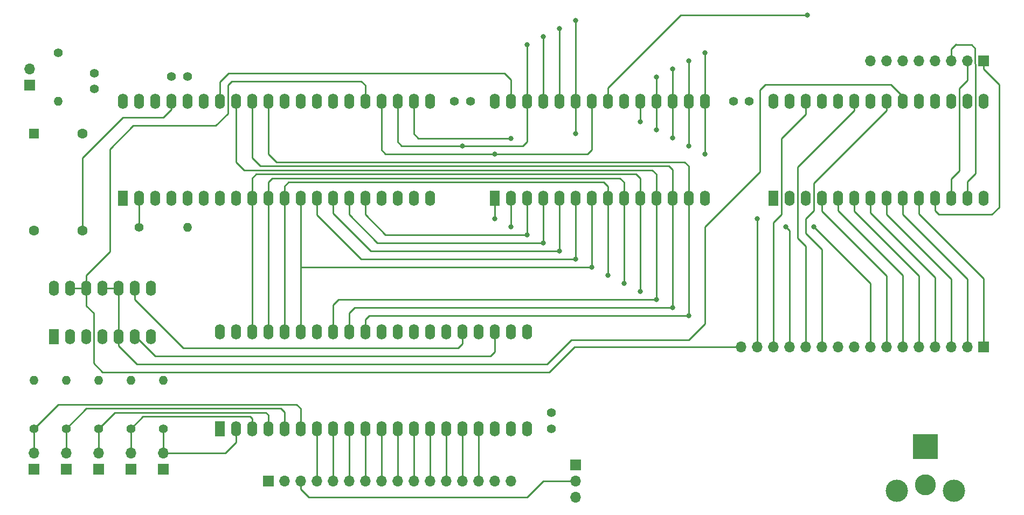
<source format=gbr>
%TF.GenerationSoftware,KiCad,Pcbnew,(5.1.8-0-10_14)*%
%TF.CreationDate,2020-12-19T18:42:48-08:00*%
%TF.ProjectId,Ben6502,42656e36-3530-4322-9e6b-696361645f70,rev?*%
%TF.SameCoordinates,Original*%
%TF.FileFunction,Copper,L1,Top*%
%TF.FilePolarity,Positive*%
%FSLAX46Y46*%
G04 Gerber Fmt 4.6, Leading zero omitted, Abs format (unit mm)*
G04 Created by KiCad (PCBNEW (5.1.8-0-10_14)) date 2020-12-19 18:42:48*
%MOMM*%
%LPD*%
G01*
G04 APERTURE LIST*
%TA.AperFunction,ComponentPad*%
%ADD10C,3.500000*%
%TD*%
%TA.AperFunction,ComponentPad*%
%ADD11C,3.300000*%
%TD*%
%TA.AperFunction,ComponentPad*%
%ADD12R,4.000000X4.000000*%
%TD*%
%TA.AperFunction,ComponentPad*%
%ADD13O,1.700000X1.700000*%
%TD*%
%TA.AperFunction,ComponentPad*%
%ADD14R,1.700000X1.700000*%
%TD*%
%TA.AperFunction,ComponentPad*%
%ADD15O,1.600000X2.400000*%
%TD*%
%TA.AperFunction,ComponentPad*%
%ADD16R,1.600000X2.400000*%
%TD*%
%TA.AperFunction,ComponentPad*%
%ADD17C,1.600000*%
%TD*%
%TA.AperFunction,ComponentPad*%
%ADD18R,1.600000X1.600000*%
%TD*%
%TA.AperFunction,ComponentPad*%
%ADD19O,1.400000X1.400000*%
%TD*%
%TA.AperFunction,ComponentPad*%
%ADD20C,1.400000*%
%TD*%
%TA.AperFunction,ViaPad*%
%ADD21C,0.800000*%
%TD*%
%TA.AperFunction,Conductor*%
%ADD22C,0.250000*%
%TD*%
G04 APERTURE END LIST*
D10*
%TO.P,J3,MP*%
%TO.N,N/C*%
X234751000Y-129174000D03*
X225751000Y-129174000D03*
D11*
%TO.P,J3,2*%
%TO.N,VCC*%
X230251000Y-128174000D03*
D12*
%TO.P,J3,1*%
%TO.N,GND*%
X230251000Y-122174000D03*
%TD*%
D13*
%TO.P,J2,16*%
%TO.N,/A15*%
X201295000Y-106553000D03*
%TO.P,J2,15*%
%TO.N,/A14*%
X203835000Y-106553000D03*
%TO.P,J2,14*%
%TO.N,/A13*%
X206375000Y-106553000D03*
%TO.P,J2,13*%
%TO.N,/A12*%
X208915000Y-106553000D03*
%TO.P,J2,12*%
%TO.N,/A11*%
X211455000Y-106553000D03*
%TO.P,J2,11*%
%TO.N,/A10*%
X213995000Y-106553000D03*
%TO.P,J2,10*%
%TO.N,/A9*%
X216535000Y-106553000D03*
%TO.P,J2,9*%
%TO.N,/A8*%
X219075000Y-106553000D03*
%TO.P,J2,8*%
%TO.N,/A7*%
X221615000Y-106553000D03*
%TO.P,J2,7*%
%TO.N,/A6*%
X224155000Y-106553000D03*
%TO.P,J2,6*%
%TO.N,/A5*%
X226695000Y-106553000D03*
%TO.P,J2,5*%
%TO.N,/A4*%
X229235000Y-106553000D03*
%TO.P,J2,4*%
%TO.N,/A3*%
X231775000Y-106553000D03*
%TO.P,J2,3*%
%TO.N,/A2*%
X234315000Y-106553000D03*
%TO.P,J2,2*%
%TO.N,/A1*%
X236855000Y-106553000D03*
D14*
%TO.P,J2,1*%
%TO.N,/A0*%
X239395000Y-106553000D03*
%TD*%
D13*
%TO.P,J1,8*%
%TO.N,/D7*%
X221615000Y-61595000D03*
%TO.P,J1,7*%
%TO.N,/D6*%
X224155000Y-61595000D03*
%TO.P,J1,6*%
%TO.N,/D5*%
X226695000Y-61595000D03*
%TO.P,J1,5*%
%TO.N,/D4*%
X229235000Y-61595000D03*
%TO.P,J1,4*%
%TO.N,/D3*%
X231775000Y-61595000D03*
%TO.P,J1,3*%
%TO.N,/D2*%
X234315000Y-61595000D03*
%TO.P,J1,2*%
%TO.N,/D1*%
X236855000Y-61595000D03*
D14*
%TO.P,J1,1*%
%TO.N,/D0*%
X239395000Y-61595000D03*
%TD*%
D15*
%TO.P,U5,28*%
%TO.N,VCC*%
X206375000Y-67945000D03*
%TO.P,U5,14*%
%TO.N,GND*%
X239395000Y-83185000D03*
%TO.P,U5,27*%
%TO.N,VCC*%
X208915000Y-67945000D03*
%TO.P,U5,13*%
%TO.N,/D2*%
X236855000Y-83185000D03*
%TO.P,U5,26*%
%TO.N,/A13*%
X211455000Y-67945000D03*
%TO.P,U5,12*%
%TO.N,/D1*%
X234315000Y-83185000D03*
%TO.P,U5,25*%
%TO.N,/A8*%
X213995000Y-67945000D03*
%TO.P,U5,11*%
%TO.N,/D0*%
X231775000Y-83185000D03*
%TO.P,U5,24*%
%TO.N,/A9*%
X216535000Y-67945000D03*
%TO.P,U5,10*%
%TO.N,/A0*%
X229235000Y-83185000D03*
%TO.P,U5,23*%
%TO.N,/A11*%
X219075000Y-67945000D03*
%TO.P,U5,9*%
%TO.N,/A1*%
X226695000Y-83185000D03*
%TO.P,U5,22*%
%TO.N,GND*%
X221615000Y-67945000D03*
%TO.P,U5,8*%
%TO.N,/A2*%
X224155000Y-83185000D03*
%TO.P,U5,21*%
%TO.N,/A10*%
X224155000Y-67945000D03*
%TO.P,U5,7*%
%TO.N,/A3*%
X221615000Y-83185000D03*
%TO.P,U5,20*%
%TO.N,Net-(U5-Pad20)*%
X226695000Y-67945000D03*
%TO.P,U5,6*%
%TO.N,/A4*%
X219075000Y-83185000D03*
%TO.P,U5,19*%
%TO.N,/D7*%
X229235000Y-67945000D03*
%TO.P,U5,5*%
%TO.N,/A5*%
X216535000Y-83185000D03*
%TO.P,U5,18*%
%TO.N,/D6*%
X231775000Y-67945000D03*
%TO.P,U5,4*%
%TO.N,/A6*%
X213995000Y-83185000D03*
%TO.P,U5,17*%
%TO.N,/D5*%
X234315000Y-67945000D03*
%TO.P,U5,3*%
%TO.N,/A7*%
X211455000Y-83185000D03*
%TO.P,U5,16*%
%TO.N,/D4*%
X236855000Y-67945000D03*
%TO.P,U5,2*%
%TO.N,/A12*%
X208915000Y-83185000D03*
%TO.P,U5,15*%
%TO.N,/D3*%
X239395000Y-67945000D03*
D16*
%TO.P,U5,1*%
%TO.N,/A14*%
X206375000Y-83185000D03*
%TD*%
D15*
%TO.P,U2,28*%
%TO.N,VCC*%
X162560000Y-67945000D03*
%TO.P,U2,14*%
%TO.N,GND*%
X195580000Y-83185000D03*
%TO.P,U2,27*%
%TO.N,Net-(U2-Pad27)*%
X165100000Y-67945000D03*
%TO.P,U2,13*%
%TO.N,/D2*%
X193040000Y-83185000D03*
%TO.P,U2,26*%
%TO.N,/A13*%
X167640000Y-67945000D03*
%TO.P,U2,12*%
%TO.N,/D1*%
X190500000Y-83185000D03*
%TO.P,U2,25*%
%TO.N,/A8*%
X170180000Y-67945000D03*
%TO.P,U2,11*%
%TO.N,/D0*%
X187960000Y-83185000D03*
%TO.P,U2,24*%
%TO.N,/A9*%
X172720000Y-67945000D03*
%TO.P,U2,10*%
%TO.N,/A0*%
X185420000Y-83185000D03*
%TO.P,U2,23*%
%TO.N,/A11*%
X175260000Y-67945000D03*
%TO.P,U2,9*%
%TO.N,/A1*%
X182880000Y-83185000D03*
%TO.P,U2,22*%
%TO.N,/A14*%
X177800000Y-67945000D03*
%TO.P,U2,8*%
%TO.N,/A2*%
X180340000Y-83185000D03*
%TO.P,U2,21*%
%TO.N,/A10*%
X180340000Y-67945000D03*
%TO.P,U2,7*%
%TO.N,/A3*%
X177800000Y-83185000D03*
%TO.P,U2,20*%
%TO.N,Net-(U2-Pad20)*%
X182880000Y-67945000D03*
%TO.P,U2,6*%
%TO.N,/A4*%
X175260000Y-83185000D03*
%TO.P,U2,19*%
%TO.N,/D7*%
X185420000Y-67945000D03*
%TO.P,U2,5*%
%TO.N,/A5*%
X172720000Y-83185000D03*
%TO.P,U2,18*%
%TO.N,/D6*%
X187960000Y-67945000D03*
%TO.P,U2,4*%
%TO.N,/A6*%
X170180000Y-83185000D03*
%TO.P,U2,17*%
%TO.N,/D5*%
X190500000Y-67945000D03*
%TO.P,U2,3*%
%TO.N,/A7*%
X167640000Y-83185000D03*
%TO.P,U2,16*%
%TO.N,/D4*%
X193040000Y-67945000D03*
%TO.P,U2,2*%
%TO.N,/A12*%
X165100000Y-83185000D03*
%TO.P,U2,15*%
%TO.N,/D3*%
X195580000Y-67945000D03*
D16*
%TO.P,U2,1*%
%TO.N,/A14*%
X162560000Y-83185000D03*
%TD*%
D17*
%TO.P,X1,7*%
%TO.N,GND*%
X90170000Y-88265000D03*
%TO.P,X1,8*%
%TO.N,CLK*%
X97790000Y-88265000D03*
%TO.P,X1,14*%
%TO.N,VCC*%
X97790000Y-73025000D03*
D18*
%TO.P,X1,1*%
%TO.N,N/C*%
X90170000Y-73025000D03*
%TD*%
D15*
%TO.P,U6,14*%
%TO.N,VCC*%
X93345000Y-97282000D03*
%TO.P,U6,7*%
%TO.N,GND*%
X108585000Y-104902000D03*
%TO.P,U6,13*%
%TO.N,/A15*%
X95885000Y-97282000D03*
%TO.P,U6,6*%
%TO.N,Net-(U4-Pad23)*%
X106045000Y-104902000D03*
%TO.P,U6,12*%
%TO.N,/A15*%
X98425000Y-97282000D03*
%TO.P,U6,5*%
%TO.N,Net-(U5-Pad20)*%
X103505000Y-104902000D03*
%TO.P,U6,11*%
X100965000Y-97282000D03*
%TO.P,U6,4*%
%TO.N,/A14*%
X100965000Y-104902000D03*
%TO.P,U6,10*%
%TO.N,Net-(U5-Pad20)*%
X103505000Y-97282000D03*
%TO.P,U6,3*%
%TO.N,N/C*%
X98425000Y-104902000D03*
%TO.P,U6,9*%
%TO.N,CLK*%
X106045000Y-97282000D03*
%TO.P,U6,2*%
%TO.N,N/C*%
X95885000Y-104902000D03*
%TO.P,U6,8*%
%TO.N,Net-(U2-Pad20)*%
X108585000Y-97282000D03*
D16*
%TO.P,U6,1*%
%TO.N,N/C*%
X93345000Y-104902000D03*
%TD*%
D15*
%TO.P,U4,40*%
%TO.N,N/C*%
X119380000Y-104140000D03*
%TO.P,U4,20*%
%TO.N,VCC*%
X167640000Y-119380000D03*
%TO.P,U4,39*%
%TO.N,N/C*%
X121920000Y-104140000D03*
%TO.P,U4,19*%
X165100000Y-119380000D03*
%TO.P,U4,38*%
%TO.N,/A0*%
X124460000Y-104140000D03*
%TO.P,U4,18*%
%TO.N,N/C*%
X162560000Y-119380000D03*
%TO.P,U4,37*%
%TO.N,/A1*%
X127000000Y-104140000D03*
%TO.P,U4,17*%
%TO.N,Net-(U1-Pad14)*%
X160020000Y-119380000D03*
%TO.P,U4,36*%
%TO.N,/A2*%
X129540000Y-104140000D03*
%TO.P,U4,16*%
%TO.N,Net-(U1-Pad13)*%
X157480000Y-119380000D03*
%TO.P,U4,35*%
%TO.N,/A3*%
X132080000Y-104140000D03*
%TO.P,U4,15*%
%TO.N,Net-(U1-Pad12)*%
X154940000Y-119380000D03*
%TO.P,U4,34*%
%TO.N,Net-(C1-Pad1)*%
X134620000Y-104140000D03*
%TO.P,U4,14*%
%TO.N,Net-(U1-Pad11)*%
X152400000Y-119380000D03*
%TO.P,U4,33*%
%TO.N,/D0*%
X137160000Y-104140000D03*
%TO.P,U4,13*%
%TO.N,Net-(U1-Pad10)*%
X149860000Y-119380000D03*
%TO.P,U4,32*%
%TO.N,/D1*%
X139700000Y-104140000D03*
%TO.P,U4,12*%
%TO.N,Net-(U1-Pad9)*%
X147320000Y-119380000D03*
%TO.P,U4,31*%
%TO.N,/D2*%
X142240000Y-104140000D03*
%TO.P,U4,11*%
%TO.N,Net-(U1-Pad8)*%
X144780000Y-119380000D03*
%TO.P,U4,30*%
%TO.N,/D3*%
X144780000Y-104140000D03*
%TO.P,U4,10*%
%TO.N,Net-(U1-Pad7)*%
X142240000Y-119380000D03*
%TO.P,U4,29*%
%TO.N,/D4*%
X147320000Y-104140000D03*
%TO.P,U4,9*%
%TO.N,Net-(U1-Pad6)*%
X139700000Y-119380000D03*
%TO.P,U4,28*%
%TO.N,/D5*%
X149860000Y-104140000D03*
%TO.P,U4,8*%
%TO.N,Net-(U1-Pad5)*%
X137160000Y-119380000D03*
%TO.P,U4,27*%
%TO.N,/D6*%
X152400000Y-104140000D03*
%TO.P,U4,7*%
%TO.N,Net-(U1-Pad4)*%
X134620000Y-119380000D03*
%TO.P,U4,26*%
%TO.N,/D7*%
X154940000Y-104140000D03*
%TO.P,U4,6*%
%TO.N,Net-(R7-Pad1)*%
X132080000Y-119380000D03*
%TO.P,U4,25*%
%TO.N,CLK*%
X157480000Y-104140000D03*
%TO.P,U4,5*%
%TO.N,Net-(R6-Pad1)*%
X129540000Y-119380000D03*
%TO.P,U4,24*%
%TO.N,/A13*%
X160020000Y-104140000D03*
%TO.P,U4,4*%
%TO.N,Net-(R5-Pad1)*%
X127000000Y-119380000D03*
%TO.P,U4,23*%
%TO.N,Net-(U4-Pad23)*%
X162560000Y-104140000D03*
%TO.P,U4,3*%
%TO.N,Net-(R4-Pad1)*%
X124460000Y-119380000D03*
%TO.P,U4,22*%
%TO.N,Net-(U2-Pad27)*%
X165100000Y-104140000D03*
%TO.P,U4,2*%
%TO.N,Net-(R3-Pad1)*%
X121920000Y-119380000D03*
%TO.P,U4,21*%
%TO.N,IRQ*%
X167640000Y-104140000D03*
D16*
%TO.P,U4,1*%
%TO.N,GND*%
X119380000Y-119380000D03*
%TD*%
D15*
%TO.P,U3,40*%
%TO.N,Net-(C1-Pad1)*%
X104140000Y-67945000D03*
%TO.P,U3,20*%
%TO.N,/A11*%
X152400000Y-83185000D03*
%TO.P,U3,39*%
%TO.N,N/C*%
X106680000Y-67945000D03*
%TO.P,U3,19*%
%TO.N,/A10*%
X149860000Y-83185000D03*
%TO.P,U3,38*%
%TO.N,N/C*%
X109220000Y-67945000D03*
%TO.P,U3,18*%
%TO.N,/A9*%
X147320000Y-83185000D03*
%TO.P,U3,37*%
%TO.N,CLK*%
X111760000Y-67945000D03*
%TO.P,U3,17*%
%TO.N,/A8*%
X144780000Y-83185000D03*
%TO.P,U3,36*%
%TO.N,VCC*%
X114300000Y-67945000D03*
%TO.P,U3,16*%
%TO.N,/A7*%
X142240000Y-83185000D03*
%TO.P,U3,35*%
%TO.N,N/C*%
X116840000Y-67945000D03*
%TO.P,U3,15*%
%TO.N,/A6*%
X139700000Y-83185000D03*
%TO.P,U3,34*%
%TO.N,Net-(U2-Pad27)*%
X119380000Y-67945000D03*
%TO.P,U3,14*%
%TO.N,/A5*%
X137160000Y-83185000D03*
%TO.P,U3,33*%
%TO.N,/D0*%
X121920000Y-67945000D03*
%TO.P,U3,13*%
%TO.N,/A4*%
X134620000Y-83185000D03*
%TO.P,U3,32*%
%TO.N,/D1*%
X124460000Y-67945000D03*
%TO.P,U3,12*%
%TO.N,/A3*%
X132080000Y-83185000D03*
%TO.P,U3,31*%
%TO.N,/D2*%
X127000000Y-67945000D03*
%TO.P,U3,11*%
%TO.N,/A2*%
X129540000Y-83185000D03*
%TO.P,U3,30*%
%TO.N,/D3*%
X129540000Y-67945000D03*
%TO.P,U3,10*%
%TO.N,/A1*%
X127000000Y-83185000D03*
%TO.P,U3,29*%
%TO.N,/D4*%
X132080000Y-67945000D03*
%TO.P,U3,9*%
%TO.N,/A0*%
X124460000Y-83185000D03*
%TO.P,U3,28*%
%TO.N,/D5*%
X134620000Y-67945000D03*
%TO.P,U3,8*%
%TO.N,VCC*%
X121920000Y-83185000D03*
%TO.P,U3,27*%
%TO.N,/D6*%
X137160000Y-67945000D03*
%TO.P,U3,7*%
%TO.N,N/C*%
X119380000Y-83185000D03*
%TO.P,U3,26*%
%TO.N,/D7*%
X139700000Y-67945000D03*
%TO.P,U3,6*%
%TO.N,VCC*%
X116840000Y-83185000D03*
%TO.P,U3,25*%
%TO.N,/A15*%
X142240000Y-67945000D03*
%TO.P,U3,5*%
%TO.N,N/C*%
X114300000Y-83185000D03*
%TO.P,U3,24*%
%TO.N,/A14*%
X144780000Y-67945000D03*
%TO.P,U3,4*%
%TO.N,IRQ*%
X111760000Y-83185000D03*
%TO.P,U3,23*%
%TO.N,/A13*%
X147320000Y-67945000D03*
%TO.P,U3,3*%
%TO.N,N/C*%
X109220000Y-83185000D03*
%TO.P,U3,22*%
%TO.N,/A12*%
X149860000Y-67945000D03*
%TO.P,U3,2*%
%TO.N,Net-(R2-Pad1)*%
X106680000Y-83185000D03*
%TO.P,U3,21*%
%TO.N,GND*%
X152400000Y-67945000D03*
D16*
%TO.P,U3,1*%
%TO.N,N/C*%
X104140000Y-83185000D03*
%TD*%
D13*
%TO.P,U1,16*%
%TO.N,GND*%
X165100000Y-127635000D03*
%TO.P,U1,15*%
%TO.N,VCC*%
X162560000Y-127635000D03*
%TO.P,U1,14*%
%TO.N,Net-(U1-Pad14)*%
X160020000Y-127635000D03*
%TO.P,U1,13*%
%TO.N,Net-(U1-Pad13)*%
X157480000Y-127635000D03*
%TO.P,U1,12*%
%TO.N,Net-(U1-Pad12)*%
X154940000Y-127635000D03*
%TO.P,U1,11*%
%TO.N,Net-(U1-Pad11)*%
X152400000Y-127635000D03*
%TO.P,U1,10*%
%TO.N,Net-(U1-Pad10)*%
X149860000Y-127635000D03*
%TO.P,U1,9*%
%TO.N,Net-(U1-Pad9)*%
X147320000Y-127635000D03*
%TO.P,U1,8*%
%TO.N,Net-(U1-Pad8)*%
X144780000Y-127635000D03*
%TO.P,U1,7*%
%TO.N,Net-(U1-Pad7)*%
X142240000Y-127635000D03*
%TO.P,U1,6*%
%TO.N,Net-(U1-Pad6)*%
X139700000Y-127635000D03*
%TO.P,U1,5*%
%TO.N,Net-(U1-Pad5)*%
X137160000Y-127635000D03*
%TO.P,U1,4*%
%TO.N,Net-(U1-Pad4)*%
X134620000Y-127635000D03*
%TO.P,U1,3*%
%TO.N,Net-(RV1-Pad2)*%
X132080000Y-127635000D03*
%TO.P,U1,2*%
%TO.N,VCC*%
X129540000Y-127635000D03*
D14*
%TO.P,U1,1*%
%TO.N,GND*%
X127000000Y-127635000D03*
%TD*%
D13*
%TO.P,SW5,2*%
%TO.N,Net-(R7-Pad1)*%
X90170000Y-123190000D03*
D14*
%TO.P,SW5,1*%
%TO.N,GND*%
X90170000Y-125730000D03*
%TD*%
D13*
%TO.P,SW4,2*%
%TO.N,Net-(R6-Pad1)*%
X95250000Y-123190000D03*
D14*
%TO.P,SW4,1*%
%TO.N,GND*%
X95250000Y-125730000D03*
%TD*%
D13*
%TO.P,SW3,2*%
%TO.N,Net-(R5-Pad1)*%
X100330000Y-123190000D03*
D14*
%TO.P,SW3,1*%
%TO.N,GND*%
X100330000Y-125730000D03*
%TD*%
D13*
%TO.P,SW2,2*%
%TO.N,Net-(R4-Pad1)*%
X105410000Y-123190000D03*
D14*
%TO.P,SW2,1*%
%TO.N,GND*%
X105410000Y-125730000D03*
%TD*%
D13*
%TO.P,SW1,2*%
%TO.N,Net-(R3-Pad1)*%
X110490000Y-123190000D03*
D14*
%TO.P,SW1,1*%
%TO.N,GND*%
X110490000Y-125730000D03*
%TD*%
D13*
%TO.P,RV1,3*%
%TO.N,N/C*%
X175260000Y-130175000D03*
%TO.P,RV1,2*%
%TO.N,Net-(RV1-Pad2)*%
X175260000Y-127635000D03*
D14*
%TO.P,RV1,1*%
%TO.N,GND*%
X175260000Y-125095000D03*
%TD*%
D13*
%TO.P,RESET1,2*%
%TO.N,Net-(C1-Pad1)*%
X89535000Y-62865000D03*
D14*
%TO.P,RESET1,1*%
%TO.N,GND*%
X89535000Y-65405000D03*
%TD*%
D19*
%TO.P,R7,2*%
%TO.N,VCC*%
X90170000Y-111760000D03*
D20*
%TO.P,R7,1*%
%TO.N,Net-(R7-Pad1)*%
X90170000Y-119380000D03*
%TD*%
D19*
%TO.P,R6,2*%
%TO.N,VCC*%
X95250000Y-111760000D03*
D20*
%TO.P,R6,1*%
%TO.N,Net-(R6-Pad1)*%
X95250000Y-119380000D03*
%TD*%
D19*
%TO.P,R5,2*%
%TO.N,VCC*%
X100330000Y-111760000D03*
D20*
%TO.P,R5,1*%
%TO.N,Net-(R5-Pad1)*%
X100330000Y-119380000D03*
%TD*%
D19*
%TO.P,R4,2*%
%TO.N,VCC*%
X105410000Y-111760000D03*
D20*
%TO.P,R4,1*%
%TO.N,Net-(R4-Pad1)*%
X105410000Y-119380000D03*
%TD*%
D19*
%TO.P,R3,2*%
%TO.N,VCC*%
X110490000Y-111760000D03*
D20*
%TO.P,R3,1*%
%TO.N,Net-(R3-Pad1)*%
X110490000Y-119380000D03*
%TD*%
D19*
%TO.P,R2,2*%
%TO.N,VCC*%
X114300000Y-87757000D03*
D20*
%TO.P,R2,1*%
%TO.N,Net-(R2-Pad1)*%
X106680000Y-87757000D03*
%TD*%
D19*
%TO.P,R1,2*%
%TO.N,VCC*%
X93980000Y-67945000D03*
D20*
%TO.P,R1,1*%
%TO.N,Net-(C1-Pad1)*%
X93980000Y-60325000D03*
%TD*%
%TO.P,C5,2*%
%TO.N,GND*%
X200065000Y-67945000D03*
%TO.P,C5,1*%
%TO.N,VCC*%
X202565000Y-67945000D03*
%TD*%
%TO.P,C4,2*%
%TO.N,GND*%
X171450000Y-116880000D03*
%TO.P,C4,1*%
%TO.N,VCC*%
X171450000Y-119380000D03*
%TD*%
%TO.P,C3,2*%
%TO.N,GND*%
X111800000Y-64008000D03*
%TO.P,C3,1*%
%TO.N,VCC*%
X114300000Y-64008000D03*
%TD*%
%TO.P,C2,2*%
%TO.N,GND*%
X156250000Y-67945000D03*
%TO.P,C2,1*%
%TO.N,VCC*%
X158750000Y-67945000D03*
%TD*%
%TO.P,C1,2*%
%TO.N,GND*%
X99695000Y-66000000D03*
%TO.P,C1,1*%
%TO.N,Net-(C1-Pad1)*%
X99695000Y-63500000D03*
%TD*%
D21*
%TO.N,/D2*%
X193040000Y-101600000D03*
%TO.N,/A13*%
X157480000Y-74930000D03*
X167640000Y-59054990D03*
%TO.N,/D1*%
X190499993Y-100330007D03*
%TO.N,/A8*%
X170180000Y-57785000D03*
%TO.N,/D0*%
X187960000Y-99060000D03*
%TO.N,/A9*%
X172720000Y-56515000D03*
%TO.N,/A0*%
X185420000Y-97790000D03*
%TO.N,/A11*%
X175260000Y-73025000D03*
X175260000Y-55245000D03*
%TO.N,/A1*%
X182880000Y-96520000D03*
%TO.N,/A14*%
X162560000Y-86360000D03*
X162560000Y-76200000D03*
X203835000Y-86360000D03*
%TO.N,/A2*%
X180340000Y-95250000D03*
%TO.N,/A10*%
X211709022Y-54356000D03*
%TO.N,/A3*%
X177800000Y-93980000D03*
%TO.N,/A4*%
X175260000Y-92709988D03*
%TO.N,/D7*%
X185420000Y-71120002D03*
%TO.N,/A5*%
X172720000Y-91440000D03*
%TO.N,/D6*%
X187960000Y-64135000D03*
X187960000Y-72390000D03*
%TO.N,/A6*%
X170180000Y-90169992D03*
%TO.N,/D5*%
X190500000Y-62865016D03*
X190500000Y-73660000D03*
%TO.N,/A7*%
X167640000Y-88900000D03*
X212725000Y-87630000D03*
%TO.N,/D4*%
X193040026Y-61595000D03*
X193040000Y-74930000D03*
%TO.N,/A12*%
X165100000Y-87630000D03*
X165100000Y-73752010D03*
X208280000Y-87630000D03*
%TO.N,/D3*%
X195580000Y-60325000D03*
X195580000Y-76200000D03*
%TD*%
D22*
%TO.N,Net-(R2-Pad1)*%
X106680000Y-83185000D02*
X106680000Y-87757000D01*
%TO.N,Net-(R3-Pad1)*%
X120269000Y-123190000D02*
X121920000Y-121539000D01*
X121920000Y-121539000D02*
X121920000Y-119380000D01*
X110490000Y-123190000D02*
X120269000Y-123190000D01*
X110490000Y-123190000D02*
X110490000Y-119380000D01*
%TO.N,Net-(R4-Pad1)*%
X124142500Y-117475000D02*
X107315000Y-117475000D01*
X107315000Y-117475000D02*
X105410000Y-119380000D01*
X124460000Y-117792500D02*
X124142500Y-117475000D01*
X124460000Y-119380000D02*
X124460000Y-117792500D01*
X105410000Y-123190000D02*
X105410000Y-119380000D01*
%TO.N,Net-(R5-Pad1)*%
X102870000Y-116840000D02*
X100330000Y-119380000D01*
X126619000Y-116840000D02*
X102870000Y-116840000D01*
X127000000Y-117221000D02*
X126619000Y-116840000D01*
X127000000Y-119380000D02*
X127000000Y-117221000D01*
X100330000Y-123190000D02*
X100330000Y-119380000D01*
%TO.N,Net-(R6-Pad1)*%
X128968500Y-116205000D02*
X98425000Y-116205000D01*
X129540000Y-116776500D02*
X128968500Y-116205000D01*
X98425000Y-116205000D02*
X95250000Y-119380000D01*
X129540000Y-119380000D02*
X129540000Y-116776500D01*
X95250000Y-123190000D02*
X95250000Y-119380000D01*
%TO.N,Net-(R7-Pad1)*%
X132080000Y-116205000D02*
X131445000Y-115570000D01*
X131445000Y-115570000D02*
X116073962Y-115570000D01*
X132080000Y-119380000D02*
X132080000Y-116205000D01*
X93980000Y-115570000D02*
X90170000Y-119380000D01*
X116205000Y-115570000D02*
X93980000Y-115570000D01*
X90170000Y-123190000D02*
X90170000Y-119380000D01*
%TO.N,Net-(RV1-Pad2)*%
X170180000Y-127635000D02*
X175260000Y-127635000D01*
X167640000Y-130175000D02*
X170180000Y-127635000D01*
X133350000Y-130175000D02*
X167640000Y-130175000D01*
X132080000Y-128905000D02*
X133350000Y-130175000D01*
X132080000Y-127635000D02*
X132080000Y-128905000D01*
%TO.N,Net-(U1-Pad14)*%
X160020000Y-119380000D02*
X160020000Y-127635000D01*
%TO.N,Net-(U1-Pad13)*%
X157480000Y-119380000D02*
X157480000Y-127635000D01*
%TO.N,Net-(U1-Pad12)*%
X154940000Y-119380000D02*
X154940000Y-127635000D01*
%TO.N,Net-(U1-Pad11)*%
X152400000Y-119380000D02*
X152400000Y-127635000D01*
%TO.N,Net-(U1-Pad10)*%
X149860000Y-119380000D02*
X149860000Y-127635000D01*
X149860000Y-127635000D02*
X149860000Y-128270000D01*
%TO.N,Net-(U1-Pad9)*%
X147320000Y-119380000D02*
X147320000Y-127635000D01*
%TO.N,Net-(U1-Pad8)*%
X144780000Y-119380000D02*
X144780000Y-127635000D01*
%TO.N,Net-(U1-Pad7)*%
X142240000Y-119380000D02*
X142240000Y-127635000D01*
%TO.N,Net-(U1-Pad6)*%
X139700000Y-119380000D02*
X139700000Y-127635000D01*
%TO.N,Net-(U1-Pad5)*%
X137160000Y-119380000D02*
X137160000Y-127635000D01*
%TO.N,Net-(U1-Pad4)*%
X134620000Y-119380000D02*
X134620000Y-127635000D01*
%TO.N,Net-(U2-Pad27)*%
X165100000Y-64516000D02*
X165100000Y-67945000D01*
X164084000Y-63500000D02*
X165100000Y-64516000D01*
X120777000Y-63500000D02*
X164084000Y-63500000D01*
X119380000Y-64897000D02*
X120777000Y-63500000D01*
X119380000Y-67945000D02*
X119380000Y-64897000D01*
%TO.N,/D2*%
X193040000Y-83185000D02*
X193040000Y-101600000D01*
X192405000Y-101600000D02*
X193040000Y-101600000D01*
X127000000Y-76200000D02*
X127000000Y-67945000D01*
X192405000Y-77470000D02*
X128270000Y-77470000D01*
X128270000Y-77470000D02*
X127000000Y-76200000D01*
X193040000Y-78105000D02*
X192405000Y-77470000D01*
X193040000Y-83185000D02*
X193040000Y-78105000D01*
X142875000Y-101600000D02*
X193040000Y-101600000D01*
X142240000Y-102235000D02*
X142875000Y-101600000D01*
X142240000Y-104140000D02*
X142240000Y-102235000D01*
X234315000Y-59690000D02*
X234315000Y-61595000D01*
X235077000Y-59055000D02*
X235013500Y-58991500D01*
X238030001Y-59595001D02*
X237490000Y-59055000D01*
X238125000Y-62103000D02*
X238030001Y-62008001D01*
X235013500Y-58991500D02*
X234315000Y-59690000D01*
X238030001Y-62008001D02*
X238030001Y-59595001D01*
X238125000Y-79248000D02*
X238125000Y-62103000D01*
X237490000Y-59055000D02*
X235077000Y-59055000D01*
X236855000Y-80518000D02*
X238125000Y-79248000D01*
X236855000Y-83185000D02*
X236855000Y-80518000D01*
%TO.N,/A13*%
X147320000Y-74295000D02*
X147320000Y-67945000D01*
X147955000Y-74930000D02*
X147320000Y-74295000D01*
X167005000Y-74930000D02*
X147955000Y-74930000D01*
X167640000Y-74295000D02*
X167005000Y-74930000D01*
X167640000Y-67945000D02*
X167640000Y-74295000D01*
X167640000Y-67945000D02*
X167640000Y-59054990D01*
X211455000Y-69977000D02*
X211455000Y-67945000D01*
X207645000Y-73787000D02*
X211455000Y-69977000D01*
X207645000Y-85747501D02*
X207645000Y-73787000D01*
X206375000Y-87017501D02*
X207645000Y-85747501D01*
X206375000Y-106553000D02*
X206375000Y-87017501D01*
%TO.N,/D1*%
X190500000Y-100330000D02*
X190499993Y-100330007D01*
X190500000Y-83185000D02*
X190500000Y-100330000D01*
X125730000Y-78105000D02*
X124460000Y-76835000D01*
X190500000Y-78676500D02*
X189928500Y-78105000D01*
X124460000Y-76835000D02*
X124460000Y-67945000D01*
X189928500Y-78105000D02*
X125730000Y-78105000D01*
X190500000Y-83185000D02*
X190500000Y-78676500D01*
X190499986Y-100330000D02*
X190499993Y-100330007D01*
X140589000Y-100330000D02*
X190499986Y-100330000D01*
X139700000Y-101219000D02*
X140589000Y-100330000D01*
X139700000Y-104140000D02*
X139700000Y-101219000D01*
X236855000Y-64643000D02*
X236855000Y-61595000D01*
X234315000Y-80137000D02*
X235585000Y-78867000D01*
X235585000Y-65913000D02*
X236855000Y-64643000D01*
X235585000Y-78867000D02*
X235585000Y-65913000D01*
X234315000Y-83185000D02*
X234315000Y-80137000D01*
%TO.N,/A8*%
X170180000Y-67945000D02*
X170180000Y-57785000D01*
%TO.N,/D0*%
X187960000Y-83185000D02*
X187960000Y-99060000D01*
X121920000Y-77470000D02*
X121920000Y-67945000D01*
X187325000Y-78740000D02*
X123190000Y-78740000D01*
X123190000Y-78740000D02*
X121920000Y-77470000D01*
X187960000Y-79375000D02*
X187325000Y-78740000D01*
X187960000Y-83185000D02*
X187960000Y-79375000D01*
X138049000Y-99060000D02*
X187960000Y-99060000D01*
X137160000Y-99949000D02*
X138049000Y-99060000D01*
X137160000Y-104140000D02*
X137160000Y-99949000D01*
X240665000Y-85725000D02*
X241809010Y-84580990D01*
X232362375Y-85725000D02*
X240665000Y-85725000D01*
X239395000Y-62865000D02*
X239395000Y-61595000D01*
X231775000Y-83185000D02*
X231775000Y-85137625D01*
X241809010Y-84580990D02*
X241809010Y-65279010D01*
X241809010Y-65279010D02*
X239395000Y-62865000D01*
X231775000Y-85137625D02*
X232362375Y-85725000D01*
%TO.N,/A9*%
X172720000Y-67945000D02*
X172720000Y-56515000D01*
%TO.N,/A0*%
X124460000Y-104140000D02*
X124460000Y-83185000D01*
X185420000Y-83185000D02*
X185420000Y-97790000D01*
X229235000Y-85597998D02*
X229235000Y-83185000D01*
X239395000Y-95757998D02*
X229235000Y-85597998D01*
X239395000Y-106553000D02*
X239395000Y-95757998D01*
X124460000Y-80010000D02*
X125095000Y-79375000D01*
X185420000Y-80010000D02*
X185420000Y-83185000D01*
X184785000Y-79375000D02*
X185420000Y-80010000D01*
X125095000Y-79375000D02*
X184785000Y-79375000D01*
X124460000Y-83185000D02*
X124460000Y-80010000D01*
%TO.N,/A11*%
X175260000Y-67945000D02*
X175260000Y-73025000D01*
X175260000Y-67945000D02*
X175260000Y-55245000D01*
X219075000Y-69395000D02*
X219075000Y-67945000D01*
X210185000Y-89408000D02*
X210185000Y-78285000D01*
X211455000Y-90678000D02*
X210185000Y-89408000D01*
X210185000Y-78285000D02*
X219075000Y-69395000D01*
X211455000Y-106553000D02*
X211455000Y-90678000D01*
%TO.N,/A1*%
X127000000Y-104140000D02*
X127000000Y-83185000D01*
X182880000Y-83185000D02*
X182880000Y-96520000D01*
X226695000Y-83185000D02*
X226695000Y-85598000D01*
X226695000Y-85725000D02*
X226695000Y-83185000D01*
X236855000Y-95885000D02*
X226695000Y-85725000D01*
X236855000Y-106553000D02*
X236855000Y-95885000D01*
X127635000Y-80010000D02*
X127000000Y-80645000D01*
X127000000Y-80645000D02*
X127000000Y-83185000D01*
X182245000Y-80010000D02*
X127635000Y-80010000D01*
X182880000Y-80645000D02*
X182245000Y-80010000D01*
X182880000Y-83185000D02*
X182880000Y-80645000D01*
%TO.N,/A14*%
X162560000Y-83185000D02*
X162560000Y-86360000D01*
X145415000Y-76200000D02*
X162560000Y-76200000D01*
X144780000Y-75565000D02*
X145415000Y-76200000D01*
X144780000Y-67945000D02*
X144780000Y-75565000D01*
X177165000Y-76200000D02*
X162560000Y-76200000D01*
X177800000Y-75565000D02*
X177165000Y-76200000D01*
X177800000Y-67945000D02*
X177800000Y-75565000D01*
X203835000Y-106553000D02*
X203835000Y-86360000D01*
%TO.N,/A2*%
X129540000Y-104140000D02*
X129540000Y-83185000D01*
X180340000Y-83185000D02*
X180340000Y-95250000D01*
X224155000Y-85725000D02*
X224155000Y-83185000D01*
X234315000Y-95885000D02*
X224155000Y-85725000D01*
X234315000Y-106553000D02*
X234315000Y-95885000D01*
X179705000Y-80645000D02*
X180340000Y-81280000D01*
X180340000Y-81280000D02*
X180340000Y-83185000D01*
X129540000Y-81280000D02*
X130175000Y-80645000D01*
X130175000Y-80645000D02*
X179705000Y-80645000D01*
X129540000Y-83185000D02*
X129540000Y-81280000D01*
%TO.N,/A10*%
X224155000Y-69395000D02*
X224155000Y-67945000D01*
X212725000Y-80825000D02*
X224155000Y-69395000D01*
X212725000Y-85153500D02*
X212725000Y-80825000D01*
X213995000Y-106553000D02*
X213995000Y-91186000D01*
X211455000Y-88646000D02*
X211455000Y-86423500D01*
X213995000Y-91186000D02*
X211455000Y-88646000D01*
X211455000Y-86423500D02*
X212725000Y-85153500D01*
X191770000Y-54356000D02*
X211709022Y-54356000D01*
X180340000Y-65786000D02*
X191770000Y-54356000D01*
X180340000Y-67945000D02*
X180340000Y-65786000D01*
%TO.N,/A3*%
X132080000Y-104140000D02*
X132080000Y-83185000D01*
X177800000Y-83185000D02*
X177800000Y-93980000D01*
X132080000Y-93980000D02*
X177800000Y-93980000D01*
X132080000Y-83185000D02*
X132080000Y-93980000D01*
X221615000Y-85471000D02*
X221615000Y-83185000D01*
X231775000Y-95631000D02*
X221615000Y-85471000D01*
X231775000Y-106553000D02*
X231775000Y-95631000D01*
%TO.N,/A4*%
X219075000Y-85217000D02*
X219075000Y-83185000D01*
X229235000Y-95377000D02*
X219075000Y-85217000D01*
X229235000Y-106553000D02*
X229235000Y-95377000D01*
X141558988Y-92709988D02*
X175260000Y-92709988D01*
X134620000Y-85771000D02*
X141558988Y-92709988D01*
X134620000Y-83185000D02*
X134620000Y-85771000D01*
X175260000Y-83185000D02*
X175260000Y-92709988D01*
%TO.N,/D7*%
X185420000Y-67945000D02*
X185420000Y-71120002D01*
%TO.N,/A5*%
X172720000Y-83185000D02*
X172720000Y-91440000D01*
X143100500Y-91440000D02*
X172720000Y-91440000D01*
X137160000Y-85499500D02*
X143100500Y-91440000D01*
X137160000Y-83185000D02*
X137160000Y-85499500D01*
X216535000Y-85153500D02*
X216535000Y-83185000D01*
X226695000Y-95313500D02*
X216535000Y-85153500D01*
X226695000Y-106553000D02*
X226695000Y-95313500D01*
%TO.N,/D6*%
X231226004Y-67945000D02*
X231775000Y-67945000D01*
X231775000Y-67396004D02*
X231226004Y-67945000D01*
X187960000Y-67945000D02*
X187960000Y-64135000D01*
X187960000Y-67945000D02*
X187960000Y-72390000D01*
%TO.N,/A6*%
X170180000Y-83185000D02*
X170180000Y-90169992D01*
X144144992Y-90169992D02*
X170180000Y-90169992D01*
X139700000Y-85725000D02*
X144144992Y-90169992D01*
X139700000Y-83185000D02*
X139700000Y-85725000D01*
X213995000Y-85217000D02*
X213995000Y-83185000D01*
X224155000Y-95377000D02*
X213995000Y-85217000D01*
X224155000Y-106553000D02*
X224155000Y-95377000D01*
%TO.N,/D5*%
X190500000Y-67945000D02*
X190500000Y-62865016D01*
X190500000Y-67945000D02*
X190500000Y-73660000D01*
%TO.N,/A7*%
X167640000Y-83185000D02*
X167640000Y-88900000D01*
X221615000Y-106553000D02*
X221615000Y-96520000D01*
X221615000Y-96520000D02*
X212725000Y-87630000D01*
X145415000Y-88900000D02*
X142240000Y-85725000D01*
X142240000Y-85725000D02*
X142240000Y-83185000D01*
X167640000Y-88900000D02*
X145415000Y-88900000D01*
%TO.N,/D4*%
X193040000Y-67945000D02*
X193040000Y-61595026D01*
X193040000Y-61595026D02*
X193040026Y-61595000D01*
X193040000Y-67945000D02*
X193040000Y-74930000D01*
%TO.N,/A12*%
X165100000Y-83185000D02*
X165100000Y-87630000D01*
X149860000Y-73025000D02*
X150587010Y-73752010D01*
X150587010Y-73752010D02*
X165100000Y-73752010D01*
X149860000Y-67945000D02*
X149860000Y-73025000D01*
X208915000Y-106553000D02*
X208915000Y-88265000D01*
X208915000Y-88265000D02*
X208280000Y-87630000D01*
%TO.N,/D3*%
X239141000Y-67691000D02*
X239395000Y-67945000D01*
X195580000Y-67945000D02*
X195580000Y-60325000D01*
X195580000Y-67945000D02*
X195580000Y-76200000D01*
%TO.N,CLK*%
X113665000Y-106680000D02*
X106045000Y-99060000D01*
X156845000Y-106680000D02*
X113665000Y-106680000D01*
X106045000Y-99060000D02*
X106045000Y-97282000D01*
X157480000Y-106045000D02*
X156845000Y-106680000D01*
X157480000Y-104140000D02*
X157480000Y-106045000D01*
X110490000Y-70485000D02*
X111760000Y-69215000D01*
X111760000Y-69215000D02*
X111760000Y-67945000D01*
X97790000Y-76835000D02*
X104140000Y-70485000D01*
X104140000Y-70485000D02*
X110490000Y-70485000D01*
X97790000Y-88265000D02*
X97790000Y-76835000D01*
%TO.N,/A15*%
X95885000Y-97282000D02*
X98425000Y-97282000D01*
X98425000Y-95250000D02*
X98425000Y-97282000D01*
X102108000Y-91567000D02*
X98425000Y-95250000D01*
X105791000Y-71755000D02*
X102108000Y-75438000D01*
X118745000Y-71755000D02*
X105791000Y-71755000D01*
X102108000Y-75438000D02*
X102108000Y-91567000D01*
X120650000Y-69850000D02*
X118745000Y-71755000D01*
X121285000Y-64770000D02*
X120650000Y-65405000D01*
X120650000Y-65405000D02*
X120650000Y-69850000D01*
X141605000Y-64770000D02*
X121285000Y-64770000D01*
X142240000Y-65405000D02*
X141605000Y-64770000D01*
X142240000Y-67945000D02*
X142240000Y-65405000D01*
X98425000Y-100076000D02*
X98425000Y-97282000D01*
X171132500Y-110490000D02*
X100965000Y-110490000D01*
X100965000Y-110490000D02*
X99550010Y-109075010D01*
X99550010Y-109075010D02*
X99550010Y-101201010D01*
X175069500Y-106553000D02*
X171132500Y-110490000D01*
X99550010Y-101201010D02*
X98425000Y-100076000D01*
X201295000Y-106553000D02*
X175069500Y-106553000D01*
%TO.N,Net-(U4-Pad23)*%
X161925000Y-107950000D02*
X162560000Y-107315000D01*
X109220000Y-107950000D02*
X161925000Y-107950000D01*
X162560000Y-107315000D02*
X162560000Y-104140000D01*
X106172000Y-104902000D02*
X109220000Y-107950000D01*
X106045000Y-104902000D02*
X106172000Y-104902000D01*
%TO.N,Net-(U5-Pad20)*%
X100965000Y-97282000D02*
X103505000Y-97282000D01*
X103505000Y-97282000D02*
X103505000Y-104902000D01*
X204216000Y-78994000D02*
X195580000Y-87630000D01*
X204216000Y-66167000D02*
X204216000Y-78994000D01*
X205105000Y-65278000D02*
X204216000Y-66167000D01*
X224790000Y-65278000D02*
X205105000Y-65278000D01*
X226695000Y-67183000D02*
X224790000Y-65278000D01*
X226695000Y-67945000D02*
X226695000Y-67183000D01*
X170810760Y-109220000D02*
X106369000Y-109220000D01*
X174620760Y-105410000D02*
X170810760Y-109220000D01*
X193035760Y-105410000D02*
X174620760Y-105410000D01*
X195580000Y-87630000D02*
X195580000Y-102865760D01*
X103505000Y-106356000D02*
X103505000Y-104902000D01*
X106369000Y-109220000D02*
X103505000Y-106356000D01*
X195580000Y-102865760D02*
X193035760Y-105410000D01*
%TD*%
M02*

</source>
